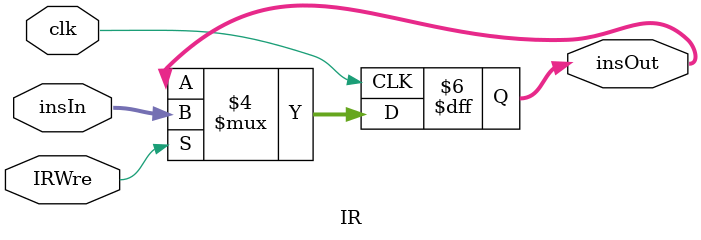
<source format=v>
`timescale 1ns / 1ps


module IR(
    input clk,
    input IRWre,
    input [31:0] insIn,
    output reg [31:0] insOut
    );
    
    always @(negedge clk) begin
        if(IRWre==1) insOut <= insIn;
        else insOut <= insOut;
    end
    
endmodule


</source>
